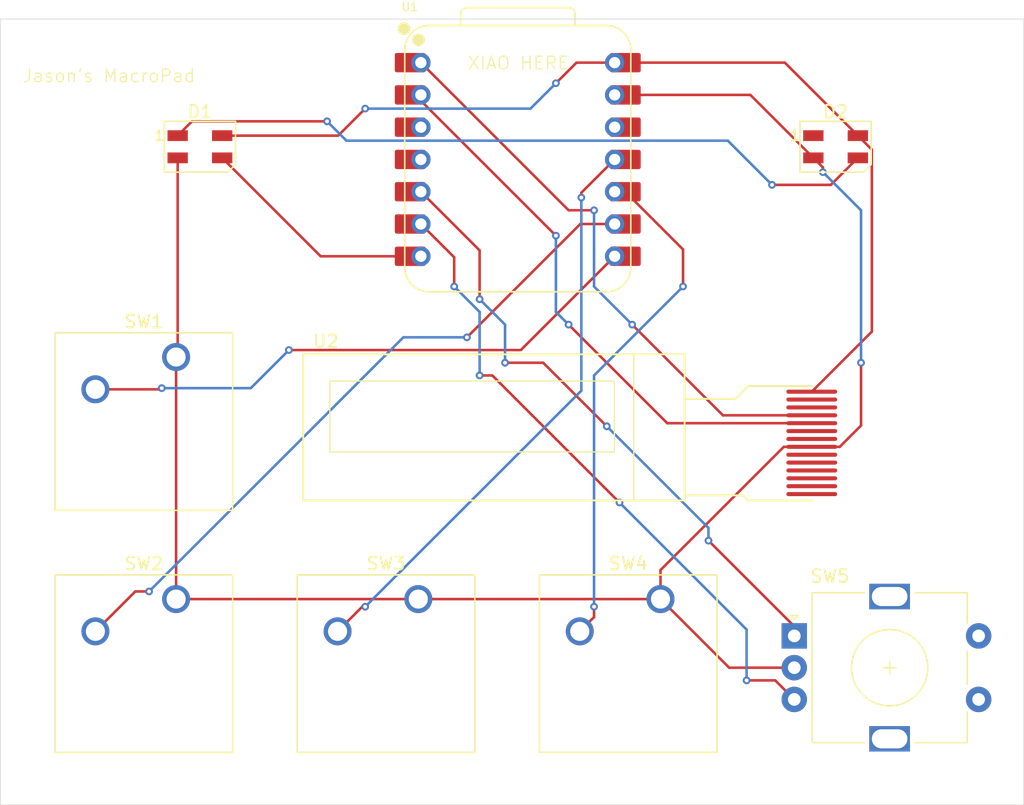
<source format=kicad_pcb>
(kicad_pcb (version 20241229) (generator "pcbnew") (generator_version "9.0")
  (layers (0 "F.Cu" signal) (2 "B.Cu" signal) (13 "F.Paste" user) (15 "B.Paste" user) (5 "F.SilkS" user "F.Silkscreen") (7 "B.SilkS" user "B.Silkscreen") (1 "F.Mask" user) (3 "B.Mask" user) (25 "Edge.Cuts" user))
  (net 0 "")
  (net 1 "Net-(D1-DIN)")
  (net 2 "GND")
  (net 3 "Net-(D1-DOUT)")
  (net 4 "+5V")
  (net 6 "Net-(U1-GPIO1{slash}RX)")
  (net 7 "Net-(U1-GPIO2{slash}SCK)")
  (net 8 "Net-(U1-GPIO4{slash}MISO)")
  (net 9 "Net-(U1-GPIO3{slash}MOSI)")
  (net 11 "Net-(U1-GPIO6{slash}SDA)")
  (net 12 "Net-(U1-GPIO7{slash}SCL)")
  (net 13 "Net-(U1-GPIO26{slash}ADC0{slash}A0)")
  (net 16 "Net-(U1-GPIO27{slash}ADC1{slash}A1)")
  (footprint "OLED:SSD1306_OLED-0.91-128x32" (layer "F.Cu") (at 141.125 92.3375)
    (property "Reference" "U2" (at 1.778 -1.016 0) (layer "F.SilkS"))
    (property "Value" "SSD1306")
    (fp_line (start 0 0) (end 30 0) (stroke (width 0.15)) (layer "F.SilkS"))
    (fp_line (start 0 11.5) (end 0 0) (stroke (width 0.15)) (layer "F.SilkS"))
    (fp_line (start 0 11.5) (end 30 11.5) (stroke (width 0.15)) (layer "F.SilkS"))
    (fp_line (start 2.1 2.1) (end 2.1 7.68) (stroke (width 0.1)) (layer "F.SilkS"))
    (fp_line (start 2.1 2.1) (end 24.48 2.1) (stroke (width 0.1)) (layer "F.SilkS"))
    (fp_line (start 2.1 7.68) (end 24.48 7.68) (stroke (width 0.1)) (layer "F.SilkS"))
    (fp_line (start 24.48 2.1) (end 24.48 7.68) (stroke (width 0.1)) (layer "F.SilkS"))
    (fp_line (start 26 0) (end 26 11.5) (stroke (width 0.1)) (layer "F.SilkS"))
    (fp_line (start 30 0) (end 30 11.5) (stroke (width 0.15)) (layer "F.SilkS"))
    (fp_line (start 34 3.5) (end 30 3.5) (stroke (width 0.15)) (layer "F.SilkS"))
    (fp_line (start 34.6 11.1) (end 30 11.1) (stroke (width 0.15)) (layer "F.SilkS"))
    (fp_line (start 35 2.5) (end 34 3.5) (stroke (width 0.15)) (layer "F.SilkS"))
    (fp_line (start 35 11.5) (end 34.6 11.1) (stroke (width 0.15)) (layer "F.SilkS"))
    (fp_line (start 40 2.5) (end 35 2.5) (stroke (width 0.15)) (layer "F.SilkS"))
    (fp_line (start 40 11.5) (end 35 11.5) (stroke (width 0.15)) (layer "F.SilkS"))
    (pad "1" smd oval (at 40 11) (size 4 0.32) (layers "F.Cu" "F.Mask" "F.Paste"))
    (pad "2" smd oval (at 40 10.38) (size 4 0.32) (layers "F.Cu" "F.Mask" "F.Paste"))
    (pad "3" smd oval (at 40 9.76) (size 4 0.32) (layers "F.Cu" "F.Mask" "F.Paste"))
    (pad "4" smd oval (at 40 9.14) (size 4 0.32) (layers "F.Cu" "F.Mask" "F.Paste"))
    (pad "5" smd oval (at 40 8.52) (size 4 0.32) (layers "F.Cu" "F.Mask" "F.Paste"))
    (pad "6" smd oval (at 40 7.9) (size 4 0.32) (layers "F.Cu" "F.Mask" "F.Paste"))
    (pad "7" smd oval (at 40 7.28) (size 4 0.32) (layers "F.Cu" "F.Mask" "F.Paste") (net 2 "GND"))
    (pad "8" smd oval (at 40 6.66) (size 4 0.32) (layers "F.Cu" "F.Mask" "F.Paste"))
    (pad "9" smd oval (at 40 6.04) (size 4 0.32) (layers "F.Cu" "F.Mask" "F.Paste"))
    (pad "10" smd oval (at 40 5.42) (size 4 0.32) (layers "F.Cu" "F.Mask" "F.Paste") (net 16 "Net-(U1-GPIO27{slash}ADC1{slash}A1)"))
    (pad "11" smd oval (at 40 4.8) (size 4 0.32) (layers "F.Cu" "F.Mask" "F.Paste") (net 13 "Net-(U1-GPIO26{slash}ADC0{slash}A0)"))
    (pad "12" smd oval (at 40 4.18) (size 4 0.32) (layers "F.Cu" "F.Mask" "F.Paste"))
    (pad "13" smd oval (at 40 3.56) (size 4 0.32) (layers "F.Cu" "F.Mask" "F.Paste"))
    (pad "14" smd oval (at 40 2.94) (size 4 0.32) (layers "F.Cu" "F.Mask" "F.Paste") (net 4 "+5V"))
  )
  (footprint "Button_Switch_Keyboard:SW_Cherry_MX_1.00u_PCB" (layer "F.Cu") (at 131.1275 111.60125)
    (property "Reference" "SW2" (at -2.54 -2.794 0) (layer "F.SilkS"))
    (property "Value" "SW_Push")
    (fp_line (start -9.525 -1.905) (end 4.445 -1.905) (stroke (width 0.12)) (layer "F.SilkS"))
    (fp_line (start -9.525 12.065) (end -9.525 -1.905) (stroke (width 0.12)) (layer "F.SilkS"))
    (fp_line (start 4.445 -1.905) (end 4.445 12.065) (stroke (width 0.12)) (layer "F.SilkS"))
    (fp_line (start 4.445 12.065) (end -9.525 12.065) (stroke (width 0.12)) (layer "F.SilkS"))
    (pad "" np_thru_hole circle (at -7.62 5.08) (size 1.7 1.7) (drill 1.7) (layers "*.Cu" "*.Mask"))
    (pad "" np_thru_hole circle (at -2.54 5.08) (size 4 4) (drill 4) (layers "*.Cu" "*.Mask"))
    (pad "" np_thru_hole circle (at 2.54 5.08) (size 1.7 1.7) (drill 1.7) (layers "*.Cu" "*.Mask"))
    (pad "1" thru_hole circle (at 0 0) (size 2.2 2.2) (drill 1.5) (layers "*.Cu" "*.Mask") (net 2 "GND"))
    (pad "2" thru_hole circle (at -6.35 2.54) (size 2.2 2.2) (drill 1.5) (layers "*.Cu" "*.Mask") (net 7 "Net-(U1-GPIO2{slash}SCK)"))
  )
  (footprint "Button_Switch_Keyboard:SW_Cherry_MX_1.00u_PCB" (layer "F.Cu") (at 150.1775 111.60125)
    (property "Reference" "SW3" (at -2.54 -2.794 0) (layer "F.SilkS"))
    (property "Value" "SW_Push")
    (fp_line (start -9.525 -1.905) (end 4.445 -1.905) (stroke (width 0.12)) (layer "F.SilkS"))
    (fp_line (start -9.525 12.065) (end -9.525 -1.905) (stroke (width 0.12)) (layer "F.SilkS"))
    (fp_line (start 4.445 -1.905) (end 4.445 12.065) (stroke (width 0.12)) (layer "F.SilkS"))
    (fp_line (start 4.445 12.065) (end -9.525 12.065) (stroke (width 0.12)) (layer "F.SilkS"))
    (pad "" np_thru_hole circle (at -7.62 5.08) (size 1.7 1.7) (drill 1.7) (layers "*.Cu" "*.Mask"))
    (pad "" np_thru_hole circle (at -2.54 5.08) (size 4 4) (drill 4) (layers "*.Cu" "*.Mask"))
    (pad "" np_thru_hole circle (at 2.54 5.08) (size 1.7 1.7) (drill 1.7) (layers "*.Cu" "*.Mask"))
    (pad "1" thru_hole circle (at 0 0) (size 2.2 2.2) (drill 1.5) (layers "*.Cu" "*.Mask") (net 2 "GND"))
    (pad "2" thru_hole circle (at -6.35 2.54) (size 2.2 2.2) (drill 1.5) (layers "*.Cu" "*.Mask") (net 9 "Net-(U1-GPIO3{slash}MOSI)"))
  )
  (footprint "OPL Lib:XIAO-RP2040-DIP" (layer "F.Cu") (at 158 77)
    (property "Reference" "U1" (at -8.5 -12 0) (layer "F.SilkS") (effects (font (size 0.635 0.635) (thickness 0.1016))))
    (property "Value" "XIAO-RP2040-DIP")
    (fp_line (start -8.89 8.509) (end -8.89 -8.636) (stroke (width 0.127)) (layer "F.SilkS"))
    (fp_line (start -6.985 10.414) (end 6.985 10.414) (stroke (width 0.127)) (layer "F.SilkS"))
    (fp_line (start -4.495 -10.541) (end -4.491272 -11.451272) (stroke (width 0.127)) (layer "F.SilkS"))
    (fp_line (start -3.991272 -11.951) (end 4.004 -11.951) (stroke (width 0.127)) (layer "F.SilkS"))
    (fp_line (start 4.504 -11.451) (end 4.504 -10.541) (stroke (width 0.127)) (layer "F.SilkS"))
    (fp_line (start 6.985 -10.541) (end -6.985 -10.541) (stroke (width 0.1)) (layer "F.SilkS"))
    (fp_line (start 6.985 -10.541) (end -6.985 -10.541) (stroke (width 0.127)) (layer "F.SilkS"))
    (fp_line (start 8.89 8.509) (end 8.89 -8.636) (stroke (width 0.127)) (layer "F.SilkS"))
    (fp_arc (start -8.89 -8.636) (mid -8.332038 -9.983038) (end -6.985 -10.541) (stroke (width 0.127)) (layer "F.SilkS"))
    (fp_arc (start -6.985 10.414) (mid -8.332038 9.856038) (end -8.89 8.509) (stroke (width 0.127)) (layer "F.SilkS"))
    (fp_arc (start -4.491272 -11.451272) (mid -4.344728 -11.80464) (end -3.991272 -11.951) (stroke (width 0.127)) (layer "F.SilkS"))
    (fp_arc (start 4.004 -11.951) (mid 4.357553 -11.804553) (end 4.504 -11.451) (stroke (width 0.127)) (layer "F.SilkS"))
    (fp_arc (start 6.985 -10.541) (mid 8.332038 -9.983038) (end 8.89 -8.636) (stroke (width 0.127)) (layer "F.SilkS"))
    (fp_arc (start 8.89 8.509) (mid 8.332038 9.856038) (end 6.985 10.414) (stroke (width 0.127)) (layer "F.SilkS"))
    (fp_circle (center -8.95 -10.3) (end -8.95 -10.554) (stroke (width 0.5)) (fill yes) (layer "F.SilkS"))
    (fp_circle (center -7.807 -9.42) (end -7.807 -9.674) (stroke (width 0.5)) (fill yes) (layer "F.SilkS"))
    (pad "1" smd roundrect (at -8.455 -7.62 180) (size 2.432 1.524) (layers "F.Cu" "F.Mask") (roundrect_rratio 0.1) (net 13 "Net-(U1-GPIO26{slash}ADC0{slash}A0)"))
    (pad "1" thru_hole circle (at -7.62 -7.62 180) (size 1.524 1.524) (drill 0.889) (layers "*.Cu" "*.Mask") (net 13 "Net-(U1-GPIO26{slash}ADC0{slash}A0)"))
    (pad "2" smd roundrect (at -8.455 -5.08 180) (size 2.432 1.524) (layers "F.Cu" "F.Mask") (roundrect_rratio 0.1) (net 16 "Net-(U1-GPIO27{slash}ADC1{slash}A1)"))
    (pad "2" thru_hole circle (at -7.62 -5.08 180) (size 1.524 1.524) (drill 0.889) (layers "*.Cu" "*.Mask") (net 16 "Net-(U1-GPIO27{slash}ADC1{slash}A1)"))
    (pad "3" smd roundrect (at -8.455 -2.54 180) (size 2.432 1.524) (layers "F.Cu" "F.Mask") (roundrect_rratio 0.1))
    (pad "3" thru_hole circle (at -7.62 -2.54 180) (size 1.524 1.524) (drill 0.889) (layers "*.Cu" "*.Mask"))
    (pad "4" smd roundrect (at -8.455 0 180) (size 2.432 1.524) (layers "F.Cu" "F.Mask") (roundrect_rratio 0.1))
    (pad "4" thru_hole circle (at -7.62 0 180) (size 1.524 1.524) (drill 0.889) (layers "*.Cu" "*.Mask"))
    (pad "5" smd roundrect (at -8.455 2.54 180) (size 2.432 1.524) (layers "F.Cu" "F.Mask") (roundrect_rratio 0.1) (net 11 "Net-(U1-GPIO6{slash}SDA)"))
    (pad "5" thru_hole circle (at -7.62 2.54 180) (size 1.524 1.524) (drill 0.889) (layers "*.Cu" "*.Mask") (net 11 "Net-(U1-GPIO6{slash}SDA)"))
    (pad "6" smd roundrect (at -8.455 5.08 180) (size 2.432 1.524) (layers "F.Cu" "F.Mask") (roundrect_rratio 0.1) (net 12 "Net-(U1-GPIO7{slash}SCL)"))
    (pad "6" thru_hole circle (at -7.62 5.08 180) (size 1.524 1.524) (drill 0.889) (layers "*.Cu" "*.Mask") (net 12 "Net-(U1-GPIO7{slash}SCL)"))
    (pad "7" smd roundrect (at -8.455 7.62 180) (size 2.432 1.524) (layers "F.Cu" "F.Mask") (roundrect_rratio 0.1) (net 1 "Net-(D1-DIN)"))
    (pad "7" thru_hole circle (at -7.62 7.62 180) (size 1.524 1.524) (drill 0.889) (layers "*.Cu" "*.Mask") (net 1 "Net-(D1-DIN)"))
    (pad "8" thru_hole circle (at 7.62 7.62) (size 1.524 1.524) (drill 0.889) (layers "*.Cu" "*.Mask") (net 6 "Net-(U1-GPIO1{slash}RX)"))
    (pad "8" smd roundrect (at 8.455 7.62) (size 2.432 1.524) (layers "F.Cu" "F.Mask") (roundrect_rratio 0.1) (net 6 "Net-(U1-GPIO1{slash}RX)"))
    (pad "9" thru_hole circle (at 7.62 5.08) (size 1.524 1.524) (drill 0.889) (layers "*.Cu" "*.Mask") (net 7 "Net-(U1-GPIO2{slash}SCK)"))
    (pad "9" smd roundrect (at 8.455 5.08) (size 2.432 1.524) (layers "F.Cu" "F.Mask") (roundrect_rratio 0.1) (net 7 "Net-(U1-GPIO2{slash}SCK)"))
    (pad "10" thru_hole circle (at 7.62 2.54) (size 1.524 1.524) (drill 0.889) (layers "*.Cu" "*.Mask") (net 8 "Net-(U1-GPIO4{slash}MISO)"))
    (pad "10" smd roundrect (at 8.455 2.54) (size 2.432 1.524) (layers "F.Cu" "F.Mask") (roundrect_rratio 0.1) (net 8 "Net-(U1-GPIO4{slash}MISO)"))
    (pad "11" thru_hole circle (at 7.62 0) (size 1.524 1.524) (drill 0.889) (layers "*.Cu" "*.Mask") (net 9 "Net-(U1-GPIO3{slash}MOSI)"))
    (pad "11" smd roundrect (at 8.455 0) (size 2.432 1.524) (layers "F.Cu" "F.Mask") (roundrect_rratio 0.1) (net 9 "Net-(U1-GPIO3{slash}MOSI)"))
    (pad "12" thru_hole circle (at 7.62 -2.54) (size 1.524 1.524) (drill 0.889) (layers "*.Cu" "*.Mask"))
    (pad "12" smd roundrect (at 8.455 -2.54) (size 2.432 1.524) (layers "F.Cu" "F.Mask") (roundrect_rratio 0.1))
    (pad "13" thru_hole circle (at 7.62 -5.08) (size 1.524 1.524) (drill 0.889) (layers "*.Cu" "*.Mask") (net 2 "GND"))
    (pad "13" smd roundrect (at 8.455 -5.08) (size 2.432 1.524) (layers "F.Cu" "F.Mask") (roundrect_rratio 0.1) (net 2 "GND"))
    (pad "14" thru_hole circle (at 7.62 -7.62) (size 1.524 1.524) (drill 0.889) (layers "*.Cu" "*.Mask") (net 4 "+5V"))
    (pad "14" smd roundrect (at 8.455 -7.62) (size 2.432 1.524) (layers "F.Cu" "F.Mask") (roundrect_rratio 0.1) (net 4 "+5V"))
  )
  (footprint "Rotary:RotaryEncoder_Alps_EC11E-Switch_Vertical_H20mm" (layer "F.Cu") (at 179.75 114.5)
    (property "Reference" "SW5" (at 2.8 -4.7 0) (layer "F.SilkS"))
    (property "Value" "RotaryEncoder")
    (fp_line (start -0.3 -1.6) (end 0.3 -1.6) (stroke (width 0.12)) (layer "F.SilkS"))
    (fp_line (start 0 -1.3) (end -0.3 -1.6) (stroke (width 0.12)) (layer "F.SilkS"))
    (fp_line (start 0.3 -1.6) (end 0 -1.3) (stroke (width 0.12)) (layer "F.SilkS"))
    (fp_line (start 1.4 -3.4) (end 1.4 8.4) (stroke (width 0.12)) (layer "F.SilkS"))
    (fp_line (start 5.5 -3.4) (end 1.4 -3.4) (stroke (width 0.12)) (layer "F.SilkS"))
    (fp_line (start 5.5 8.4) (end 1.4 8.4) (stroke (width 0.12)) (layer "F.SilkS"))
    (fp_line (start 7 2.5) (end 8 2.5) (stroke (width 0.12)) (layer "F.SilkS"))
    (fp_line (start 7.5 2) (end 7.5 3) (stroke (width 0.12)) (layer "F.SilkS"))
    (fp_line (start 9.5 -3.4) (end 13.6 -3.4) (stroke (width 0.12)) (layer "F.SilkS"))
    (fp_line (start 13.6 -3.4) (end 13.6 -1) (stroke (width 0.12)) (layer "F.SilkS"))
    (fp_line (start 13.6 1.2) (end 13.6 3.8) (stroke (width 0.12)) (layer "F.SilkS"))
    (fp_line (start 13.6 6) (end 13.6 8.4) (stroke (width 0.12)) (layer "F.SilkS"))
    (fp_line (start 13.6 8.4) (end 9.5 8.4) (stroke (width 0.12)) (layer "F.SilkS"))
    (fp_circle (center 7.5 2.5) (end 10.5 2.5) (stroke (width 0.12)) (fill no) (layer "F.SilkS"))
    (pad "A" thru_hole rect (at 0 0) (size 2 2) (drill 1) (layers "*.Cu" "*.Mask") (net 11 "Net-(U1-GPIO6{slash}SDA)"))
    (pad "B" thru_hole circle (at 0 5) (size 2 2) (drill 1) (layers "*.Cu" "*.Mask") (net 12 "Net-(U1-GPIO7{slash}SCL)"))
    (pad "C" thru_hole circle (at 0 2.5) (size 2 2) (drill 1) (layers "*.Cu" "*.Mask") (net 2 "GND"))
    (pad "MP" thru_hole rect (at 7.5 -3.1) (size 3.2 2) (drill oval 2.8 1.5) (layers "*.Cu" "*.Mask"))
    (pad "MP" thru_hole rect (at 7.5 8.1) (size 3.2 2) (drill oval 2.8 1.5) (layers "*.Cu" "*.Mask"))
    (pad "S1" thru_hole circle (at 14.5 5) (size 2 2) (drill 1) (layers "*.Cu" "*.Mask"))
    (pad "S2" thru_hole circle (at 14.5 0) (size 2 2) (drill 1) (layers "*.Cu" "*.Mask"))
  )
  (footprint "LED_SMD:LED_SK6812MINI_PLCC4_3.5x3.5mm_P1.75mm" (layer "F.Cu") (at 183 76)
    (property "Reference" "D2" (at 0 -2.75 0) (layer "F.SilkS"))
    (property "Value" "SK6812MINI")
    (fp_line (start -2.8 -2) (end -2.8 2) (stroke (width 0.12)) (layer "F.SilkS"))
    (fp_line (start -2.8 -2) (end 2.8 -2) (stroke (width 0.12)) (layer "F.SilkS"))
    (fp_line (start -2.8 2) (end 2.2 2) (stroke (width 0.12)) (layer "F.SilkS"))
    (fp_line (start 2.8 1.4) (end 2.2 2) (stroke (width 0.12)) (layer "F.SilkS"))
    (fp_line (start 2.8 1.4) (end 2.8 -2) (stroke (width 0.12)) (layer "F.SilkS"))
    (fp_text user "1" (at -3.2 -0.875 0) (layer "F.SilkS") (effects (font (size 0.8 0.8))))
    (pad "1" smd rect (at -1.75 -0.875) (size 1.6 0.85) (layers "F.Cu" "F.Mask" "F.Paste"))
    (pad "2" smd rect (at -1.75 0.875) (size 1.6 0.85) (layers "F.Cu" "F.Mask" "F.Paste") (net 2 "GND"))
    (pad "3" smd rect (at 1.75 0.875) (size 1.6 0.85) (layers "F.Cu" "F.Mask" "F.Paste") (net 3 "Net-(D1-DOUT)"))
    (pad "4" smd rect (at 1.75 -0.875) (size 1.6 0.85) (layers "F.Cu" "F.Mask" "F.Paste") (net 4 "+5V"))
  )
  (footprint "Button_Switch_Keyboard:SW_Cherry_MX_1.00u_PCB" (layer "F.Cu") (at 169.2275 111.60125)
    (property "Reference" "SW4" (at -2.54 -2.794 0) (layer "F.SilkS"))
    (property "Value" "SW_Push")
    (fp_line (start -9.525 -1.905) (end 4.445 -1.905) (stroke (width 0.12)) (layer "F.SilkS"))
    (fp_line (start -9.525 12.065) (end -9.525 -1.905) (stroke (width 0.12)) (layer "F.SilkS"))
    (fp_line (start 4.445 -1.905) (end 4.445 12.065) (stroke (width 0.12)) (layer "F.SilkS"))
    (fp_line (start 4.445 12.065) (end -9.525 12.065) (stroke (width 0.12)) (layer "F.SilkS"))
    (pad "" np_thru_hole circle (at -7.62 5.08) (size 1.7 1.7) (drill 1.7) (layers "*.Cu" "*.Mask"))
    (pad "" np_thru_hole circle (at -2.54 5.08) (size 4 4) (drill 4) (layers "*.Cu" "*.Mask"))
    (pad "" np_thru_hole circle (at 2.54 5.08) (size 1.7 1.7) (drill 1.7) (layers "*.Cu" "*.Mask"))
    (pad "1" thru_hole circle (at 0 0) (size 2.2 2.2) (drill 1.5) (layers "*.Cu" "*.Mask") (net 2 "GND"))
    (pad "2" thru_hole circle (at -6.35 2.54) (size 2.2 2.2) (drill 1.5) (layers "*.Cu" "*.Mask") (net 8 "Net-(U1-GPIO4{slash}MISO)"))
  )
  (footprint "LED_SMD:LED_SK6812MINI_PLCC4_3.5x3.5mm_P1.75mm" (layer "F.Cu") (at 133 76)
    (property "Reference" "D1" (at 0 -2.75 0) (layer "F.SilkS"))
    (property "Value" "SK6812MINI")
    (fp_line (start -2.8 -2) (end -2.8 2) (stroke (width 0.12)) (layer "F.SilkS"))
    (fp_line (start -2.8 -2) (end 2.8 -2) (stroke (width 0.12)) (layer "F.SilkS"))
    (fp_line (start -2.8 2) (end 2.2 2) (stroke (width 0.12)) (layer "F.SilkS"))
    (fp_line (start 2.8 1.4) (end 2.2 2) (stroke (width 0.12)) (layer "F.SilkS"))
    (fp_line (start 2.8 1.4) (end 2.8 -2) (stroke (width 0.12)) (layer "F.SilkS"))
    (fp_text user "1" (at -3.2 -0.875 0) (layer "F.SilkS") (effects (font (size 0.8 0.8))))
    (pad "1" smd rect (at -1.75 -0.875) (size 1.6 0.85) (layers "F.Cu" "F.Mask" "F.Paste") (net 3 "Net-(D1-DOUT)"))
    (pad "2" smd rect (at -1.75 0.875) (size 1.6 0.85) (layers "F.Cu" "F.Mask" "F.Paste") (net 2 "GND"))
    (pad "3" smd rect (at 1.75 0.875) (size 1.6 0.85) (layers "F.Cu" "F.Mask" "F.Paste") (net 1 "Net-(D1-DIN)"))
    (pad "4" smd rect (at 1.75 -0.875) (size 1.6 0.85) (layers "F.Cu" "F.Mask" "F.Paste") (net 4 "+5V"))
  )
  (footprint "Button_Switch_Keyboard:SW_Cherry_MX_1.00u_PCB" (layer "F.Cu") (at 131.1275 92.55125)
    (property "Reference" "SW1" (at -2.54 -2.794 0) (layer "F.SilkS"))
    (property "Value" "SW_Push")
    (fp_line (start -9.525 -1.905) (end 4.445 -1.905) (stroke (width 0.12)) (layer "F.SilkS"))
    (fp_line (start -9.525 12.065) (end -9.525 -1.905) (stroke (width 0.12)) (layer "F.SilkS"))
    (fp_line (start 4.445 -1.905) (end 4.445 12.065) (stroke (width 0.12)) (layer "F.SilkS"))
    (fp_line (start 4.445 12.065) (end -9.525 12.065) (stroke (width 0.12)) (layer "F.SilkS"))
    (pad "" np_thru_hole circle (at -7.62 5.08) (size 1.7 1.7) (drill 1.7) (layers "*.Cu" "*.Mask"))
    (pad "" np_thru_hole circle (at -2.54 5.08) (size 4 4) (drill 4) (layers "*.Cu" "*.Mask"))
    (pad "" np_thru_hole circle (at 2.54 5.08) (size 1.7 1.7) (drill 1.7) (layers "*.Cu" "*.Mask"))
    (pad "1" thru_hole circle (at 0 0) (size 2.2 2.2) (drill 1.5) (layers "*.Cu" "*.Mask") (net 2 "GND"))
    (pad "2" thru_hole circle (at -6.35 2.54) (size 2.2 2.2) (drill 1.5) (layers "*.Cu" "*.Mask") (net 6 "Net-(U1-GPIO1{slash}RX)"))
  )
  (gr_rect (start 117.3 65.95) (end 197.8 127.8) (stroke (width 0.05)) (fill no) (layer "Edge.Cuts"))
  (gr_text "Jason's MacroPad" (at 119 71 0) (layer "F.SilkS") (effects (font (size 1 1) (thickness 0.1)) (justify left bottom)))
  (gr_text "XIAO HERE" (at 154 70 0) (layer "F.SilkS") (effects (font (size 1 1) (thickness 0.1)) (justify left bottom)))
  (segment (start 134.75 76.875) (end 142.495 84.62) (width 0.2) (layer "F.Cu") (net 1))
  (segment (start 142.495 84.62) (end 150.38 84.62) (width 0.2) (layer "F.Cu") (net 1))
  (segment (start 182 77.625) (end 181.25 76.875) (width 0.2) (layer "F.Cu") (net 2))
  (segment (start 176.295 71.92) (end 165.62 71.92) (width 0.2) (layer "F.Cu") (net 2))
  (segment (start 131.1275 92.55125) (end 131.1275 111.60125) (width 0.2) (layer "F.Cu") (net 2))
  (segment (start 178.925 99.6175) (end 181.125 99.6175) (width 0.2) (layer "F.Cu") (net 2))
  (segment (start 182 78) (end 182 77.625) (width 0.2) (layer "F.Cu") (net 2))
  (segment (start 185 97.9425) (end 185 93) (width 0.2) (layer "F.Cu") (net 2))
  (segment (start 131.25 76.875) (end 131.25 92.42875) (width 0.2) (layer "F.Cu") (net 2))
  (segment (start 131.1275 111.60125) (end 150.1775 111.60125) (width 0.2) (layer "F.Cu") (net 2))
  (segment (start 150.1775 111.60125) (end 169.2275 111.60125) (width 0.2) (layer "F.Cu") (net 2))
  (segment (start 181.25 76.875) (end 176.295 71.92) (width 0.2) (layer "F.Cu") (net 2))
  (segment (start 183.325 99.6175) (end 185 97.9425) (width 0.2) (layer "F.Cu") (net 2))
  (segment (start 169.2275 109.315) (end 178.925 99.6175) (width 0.2) (layer "F.Cu") (net 2))
  (segment (start 169.2275 111.60125) (end 169.2275 109.315) (width 0.2) (layer "F.Cu") (net 2))
  (segment (start 169.2275 111.60125) (end 174.62625 117) (width 0.2) (layer "F.Cu") (net 2))
  (segment (start 181.125 99.6175) (end 183.325 99.6175) (width 0.2) (layer "F.Cu") (net 2))
  (segment (start 131.25 92.42875) (end 131.1275 92.55125) (width 0.2) (layer "F.Cu") (net 2))
  (segment (start 174.62625 117) (end 179.75 117) (width 0.2) (layer "F.Cu") (net 2))
  (via (at 185 93) (size 0.6) (drill 0.3) (layers "F.Cu" "B.Cu") (net 2))
  (via (at 182 78) (size 0.6) (drill 0.3) (layers "F.Cu" "B.Cu") (net 2))
  (segment (start 185 81) (end 182 78) (width 0.2) (layer "B.Cu") (net 2))
  (segment (start 185 93) (end 185 81) (width 0.2) (layer "B.Cu") (net 2))
  (segment (start 182.625 79) (end 184.75 76.875) (width 0.2) (layer "F.Cu") (net 3))
  (segment (start 131.25 75.125) (end 132.375 74) (width 0.2) (layer "F.Cu") (net 3))
  (segment (start 132.375 74) (end 143 74) (width 0.2) (layer "F.Cu") (net 3))
  (segment (start 178 79) (end 182.625 79) (width 0.2) (layer "F.Cu") (net 3))
  (via (at 178 79) (size 0.6) (drill 0.3) (layers "F.Cu" "B.Cu") (net 3))
  (via (at 143 74) (size 0.6) (drill 0.3) (layers "F.Cu" "B.Cu") (net 3))
  (segment (start 174.523 75.523) (end 178 79) (width 0.2) (layer "B.Cu") (net 3))
  (segment (start 144.523 75.523) (end 174.523 75.523) (width 0.2) (layer "B.Cu") (net 3))
  (segment (start 143 74) (end 144.523 75.523) (width 0.2) (layer "B.Cu") (net 3))
  (segment (start 161 71) (end 162.62 69.38) (width 0.2) (layer "F.Cu") (net 4))
  (segment (start 134.75 75.125) (end 143.875 75.125) (width 0.2) (layer "F.Cu") (net 4))
  (segment (start 185.851 90.5515) (end 181.125 95.2775) (width 0.2) (layer "F.Cu") (net 4))
  (segment (start 179.005 69.38) (end 165.62 69.38) (width 0.2) (layer "F.Cu") (net 4))
  (segment (start 162.62 69.38) (end 165.62 69.38) (width 0.2) (layer "F.Cu") (net 4))
  (segment (start 184.75 75.125) (end 179.005 69.38) (width 0.2) (layer "F.Cu") (net 4))
  (segment (start 184.75 75.125) (end 185.851 76.226) (width 0.2) (layer "F.Cu") (net 4))
  (segment (start 185.851 76.226) (end 185.851 90.5515) (width 0.2) (layer "F.Cu") (net 4))
  (segment (start 143.875 75.125) (end 146 73) (width 0.2) (layer "F.Cu") (net 4))
  (via (at 146 73) (size 0.6) (drill 0.3) (layers "F.Cu" "B.Cu") (net 4))
  (via (at 161 71) (size 0.6) (drill 0.3) (layers "F.Cu" "B.Cu") (net 4))
  (segment (start 159 73) (end 161 71) (width 0.2) (layer "B.Cu") (net 4))
  (segment (start 146 73) (end 159 73) (width 0.2) (layer "B.Cu") (net 4))
  (segment (start 158.24 92) (end 165.62 84.62) (width 0.2) (layer "F.Cu") (net 6))
  (segment (start 129.90875 95.09125) (end 130 95) (width 0.2) (layer "F.Cu") (net 6))
  (segment (start 124.7775 95.09125) (end 129.90875 95.09125) (width 0.2) (layer "F.Cu") (net 6))
  (segment (start 140 92) (end 158.24 92) (width 0.2) (layer "F.Cu") (net 6))
  (via (at 130 95) (size 0.6) (drill 0.3) (layers "F.Cu" "B.Cu") (net 6))
  (via (at 140 92) (size 0.6) (drill 0.3) (layers "F.Cu" "B.Cu") (net 6))
  (segment (start 137 95) (end 140 92) (width 0.2) (layer "B.Cu") (net 6))
  (segment (start 130 95) (end 137 95) (width 0.2) (layer "B.Cu") (net 6))
  (segment (start 154 91) (end 162.92 82.08) (width 0.2) (layer "F.Cu") (net 7))
  (segment (start 127.91875 111) (end 129 111) (width 0.2) (layer "F.Cu") (net 7))
  (segment (start 162.92 82.08) (end 165.62 82.08) (width 0.2) (layer "F.Cu") (net 7))
  (segment (start 124.7775 114.14125) (end 127.91875 111) (width 0.2) (layer "F.Cu") (net 7))
  (via (at 154 91) (size 0.6) (drill 0.3) (layers "F.Cu" "B.Cu") (net 7))
  (via (at 129 111) (size 0.6) (drill 0.3) (layers "F.Cu" "B.Cu") (net 7))
  (segment (start 149 91) (end 154 91) (width 0.2) (layer "B.Cu") (net 7))
  (segment (start 129 111) (end 149 91) (width 0.2) (layer "B.Cu") (net 7))
  (segment (start 166.455 79.54) (end 165.62 79.54) (width 0.2) (layer "F.Cu") (net 8))
  (segment (start 171 87) (end 171 84.085) (width 0.2) (layer "F.Cu") (net 8))
  (segment (start 164 113.01875) (end 164 112.20125) (width 0.2) (layer "F.Cu") (net 8))
  (segment (start 171 84.085) (end 166.455 79.54) (width 0.2) (layer "F.Cu") (net 8))
  (segment (start 162.8775 114.14125) (end 164 113.01875) (width 0.2) (layer "F.Cu") (net 8))
  (via (at 171 87) (size 0.6) (drill 0.3) (layers "F.Cu" "B.Cu") (net 8))
  (via (at 164 112.20125) (size 0.6) (drill 0.3) (layers "F.Cu" "B.Cu") (net 8))
  (segment (start 164 112.20125) (end 164 94) (width 0.2) (layer "B.Cu") (net 8))
  (segment (start 164 94) (end 171 87) (width 0.2) (layer "B.Cu") (net 8))
  (segment (start 163 80) (end 163 79.62) (width 0.2) (layer "F.Cu") (net 9))
  (segment (start 143.8275 114.14125) (end 145.7675 112.20125) (width 0.2) (layer "F.Cu") (net 9))
  (segment (start 163 79.62) (end 165.62 77) (width 0.2) (layer "F.Cu") (net 9))
  (segment (start 145.7675 112.20125) (end 146 112.20125) (width 0.2) (layer "F.Cu") (net 9))
  (via (at 146 112.20125) (size 0.6) (drill 0.3) (layers "F.Cu" "B.Cu") (net 9))
  (via (at 163 80) (size 0.6) (drill 0.3) (layers "F.Cu" "B.Cu") (net 9))
  (segment (start 163 95.20125) (end 163 80) (width 0.2) (layer "B.Cu") (net 9))
  (segment (start 146 112.20125) (end 163 95.20125) (width 0.2) (layer "B.Cu") (net 9))
  (segment (start 179.75 113.75) (end 173 107) (width 0.2) (layer "F.Cu") (net 11))
  (segment (start 179.75 114.5) (end 179.75 113.75) (width 0.2) (layer "F.Cu") (net 11))
  (segment (start 165 98) (end 160 93) (width 0.2) (layer "F.Cu") (net 11))
  (segment (start 155 88) (end 155 84.16) (width 0.2) (layer "F.Cu") (net 11))
  (segment (start 160 93) (end 157 93) (width 0.2) (layer "F.Cu") (net 11))
  (segment (start 155 84.16) (end 150.38 79.54) (width 0.2) (layer "F.Cu") (net 11))
  (via (at 157 93) (size 0.6) (drill 0.3) (layers "F.Cu" "B.Cu") (net 11))
  (via (at 155 88) (size 0.6) (drill 0.3) (layers "F.Cu" "B.Cu") (net 11))
  (via (at 173 107) (size 0.6) (drill 0.3) (layers "F.Cu" "B.Cu") (net 11))
  (via (at 165 98) (size 0.6) (drill 0.3) (layers "F.Cu" "B.Cu") (net 11))
  (segment (start 157 90) (end 155 88) (width 0.2) (layer "B.Cu") (net 11))
  (segment (start 173 106) (end 165 98) (width 0.2) (layer "B.Cu") (net 11))
  (segment (start 157 93) (end 157 90) (width 0.2) (layer "B.Cu") (net 11))
  (segment (start 173 107) (end 173 106) (width 0.2) (layer "B.Cu") (net 11))
  (segment (start 153 84.7) (end 150.38 82.08) (width 0.2) (layer "F.Cu") (net 12))
  (segment (start 153 87) (end 153 84.7) (width 0.2) (layer "F.Cu") (net 12))
  (segment (start 156 94) (end 155 94) (width 0.2) (layer "F.Cu") (net 12))
  (segment (start 166 104) (end 156 94) (width 0.2) (layer "F.Cu") (net 12))
  (segment (start 178.25 118) (end 176 118) (width 0.2) (layer "F.Cu") (net 12))
  (segment (start 179.75 119.5) (end 178.25 118) (width 0.2) (layer "F.Cu") (net 12))
  (via (at 153 87) (size 0.6) (drill 0.3) (layers "F.Cu" "B.Cu") (net 12))
  (via (at 176 118) (size 0.6) (drill 0.3) (layers "F.Cu" "B.Cu") (net 12))
  (via (at 166 104) (size 0.6) (drill 0.3) (layers "F.Cu" "B.Cu") (net 12))
  (via (at 155 94) (size 0.6) (drill 0.3) (layers "F.Cu" "B.Cu") (net 12))
  (segment (start 176 118) (end 176 114) (width 0.2) (layer "B.Cu") (net 12))
  (segment (start 155 89) (end 153 87) (width 0.2) (layer "B.Cu") (net 12))
  (segment (start 176 114) (end 166 104) (width 0.2) (layer "B.Cu") (net 12))
  (segment (start 155 94) (end 155 89) (width 0.2) (layer "B.Cu") (net 12))
  (segment (start 150.38 69.38) (end 162 81) (width 0.2) (layer "F.Cu") (net 13))
  (segment (start 167 90) (end 174.1375 97.1375) (width 0.2) (layer "F.Cu") (net 13))
  (segment (start 162 81) (end 164 81) (width 0.2) (layer "F.Cu") (net 13))
  (segment (start 174.1375 97.1375) (end 181.125 97.1375) (width 0.2) (layer "F.Cu") (net 13))
  (via (at 167 90) (size 0.6) (drill 0.3) (layers "F.Cu" "B.Cu") (net 13))
  (via (at 164 81) (size 0.6) (drill 0.3) (layers "F.Cu" "B.Cu") (net 13))
  (segment (start 164 87) (end 167 90) (width 0.2) (layer "B.Cu") (net 13))
  (segment (start 164 81) (end 164 87) (width 0.2) (layer "B.Cu") (net 13))
  (segment (start 150.38 72.38) (end 161 83) (width 0.2) (layer "F.Cu") (net 16))
  (segment (start 162 90) (end 169.7575 97.7575) (width 0.2) (layer "F.Cu") (net 16))
  (segment (start 150.38 71.92) (end 150.38 72.38) (width 0.2) (layer "F.Cu") (net 16))
  (segment (start 169.7575 97.7575) (end 181.125 97.7575) (width 0.2) (layer "F.Cu") (net 16))
  (via (at 162 90) (size 0.6) (drill 0.3) (layers "F.Cu" "B.Cu") (net 16))
  (via (at 161 83) (size 0.6) (drill 0.3) (layers "F.Cu" "B.Cu") (net 16))
  (segment (start 161 83) (end 161 89) (width 0.2) (layer "B.Cu") (net 16))
  (segment (start 161 89) (end 162 90) (width 0.2) (layer "B.Cu") (net 16))
)
</source>
